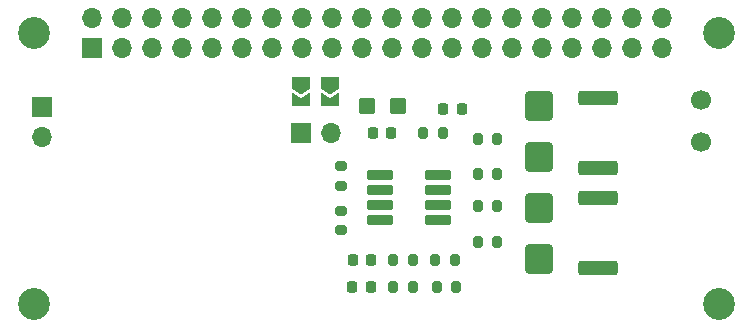
<source format=gbr>
G04 #@! TF.GenerationSoftware,KiCad,Pcbnew,8.0.6*
G04 #@! TF.CreationDate,2024-11-11T12:49:33-08:00*
G04 #@! TF.ProjectId,pi-zero-serial-hat,70692d7a-6572-46f2-9d73-657269616c2d,1.0*
G04 #@! TF.SameCoordinates,Original*
G04 #@! TF.FileFunction,Soldermask,Top*
G04 #@! TF.FilePolarity,Negative*
%FSLAX46Y46*%
G04 Gerber Fmt 4.6, Leading zero omitted, Abs format (unit mm)*
G04 Created by KiCad (PCBNEW 8.0.6) date 2024-11-11 12:49:33*
%MOMM*%
%LPD*%
G01*
G04 APERTURE LIST*
G04 Aperture macros list*
%AMRoundRect*
0 Rectangle with rounded corners*
0 $1 Rounding radius*
0 $2 $3 $4 $5 $6 $7 $8 $9 X,Y pos of 4 corners*
0 Add a 4 corners polygon primitive as box body*
4,1,4,$2,$3,$4,$5,$6,$7,$8,$9,$2,$3,0*
0 Add four circle primitives for the rounded corners*
1,1,$1+$1,$2,$3*
1,1,$1+$1,$4,$5*
1,1,$1+$1,$6,$7*
1,1,$1+$1,$8,$9*
0 Add four rect primitives between the rounded corners*
20,1,$1+$1,$2,$3,$4,$5,0*
20,1,$1+$1,$4,$5,$6,$7,0*
20,1,$1+$1,$6,$7,$8,$9,0*
20,1,$1+$1,$8,$9,$2,$3,0*%
%AMFreePoly0*
4,1,6,1.000000,0.000000,0.500000,-0.750000,-0.500000,-0.750000,-0.500000,0.750000,0.500000,0.750000,1.000000,0.000000,1.000000,0.000000,$1*%
%AMFreePoly1*
4,1,6,0.500000,-0.750000,-0.650000,-0.750000,-0.150000,0.000000,-0.650000,0.750000,0.500000,0.750000,0.500000,-0.750000,0.500000,-0.750000,$1*%
G04 Aperture macros list end*
%ADD10R,1.700000X1.700000*%
%ADD11O,1.700000X1.700000*%
%ADD12C,2.700000*%
%ADD13RoundRect,0.200000X-0.200000X-0.275000X0.200000X-0.275000X0.200000X0.275000X-0.200000X0.275000X0*%
%ADD14FreePoly0,270.000000*%
%ADD15FreePoly1,270.000000*%
%ADD16RoundRect,0.250000X0.450000X0.425000X-0.450000X0.425000X-0.450000X-0.425000X0.450000X-0.425000X0*%
%ADD17RoundRect,0.250000X0.900000X-1.000000X0.900000X1.000000X-0.900000X1.000000X-0.900000X-1.000000X0*%
%ADD18RoundRect,0.218750X-0.218750X-0.256250X0.218750X-0.256250X0.218750X0.256250X-0.218750X0.256250X0*%
%ADD19RoundRect,0.250000X-1.425000X0.362500X-1.425000X-0.362500X1.425000X-0.362500X1.425000X0.362500X0*%
%ADD20RoundRect,0.250000X1.425000X-0.362500X1.425000X0.362500X-1.425000X0.362500X-1.425000X-0.362500X0*%
%ADD21RoundRect,0.200000X0.275000X-0.200000X0.275000X0.200000X-0.275000X0.200000X-0.275000X-0.200000X0*%
%ADD22RoundRect,0.250000X-0.900000X1.000000X-0.900000X-1.000000X0.900000X-1.000000X0.900000X1.000000X0*%
%ADD23RoundRect,0.218750X0.218750X0.256250X-0.218750X0.256250X-0.218750X-0.256250X0.218750X-0.256250X0*%
%ADD24RoundRect,0.099250X-0.987750X-0.297750X0.987750X-0.297750X0.987750X0.297750X-0.987750X0.297750X0*%
%ADD25C,1.700000*%
%ADD26RoundRect,0.225000X0.225000X0.250000X-0.225000X0.250000X-0.225000X-0.250000X0.225000X-0.250000X0*%
G04 APERTURE END LIST*
D10*
X121732000Y-100828000D03*
D11*
X121732000Y-103368000D03*
D12*
X121032000Y-94568000D03*
X179032000Y-94568000D03*
X179032000Y-117568000D03*
X121032000Y-117568000D03*
D13*
X158612000Y-109268000D03*
X160262000Y-109268000D03*
X153982000Y-103068000D03*
X155632000Y-103068000D03*
D14*
X143632000Y-98868000D03*
D15*
X143632000Y-100318000D03*
D16*
X151902000Y-100818000D03*
X149202000Y-100818000D03*
D14*
X146132000Y-98868000D03*
D15*
X146132000Y-100318000D03*
D17*
X163782000Y-113718000D03*
X163782000Y-109418000D03*
D18*
X147994500Y-116068000D03*
X149569500Y-116068000D03*
D10*
X143607000Y-103068000D03*
D11*
X146147000Y-103068000D03*
D18*
X148032000Y-113818000D03*
X149607000Y-113818000D03*
D13*
X158612000Y-112318000D03*
X160262000Y-112318000D03*
X155132000Y-116068000D03*
X156782000Y-116068000D03*
X151457000Y-116068000D03*
X153107000Y-116068000D03*
D19*
X168782000Y-100068000D03*
X168782000Y-105993000D03*
D20*
X168782000Y-114493000D03*
X168782000Y-108568000D03*
D13*
X158612000Y-106568000D03*
X160262000Y-106568000D03*
D21*
X147032000Y-107548000D03*
X147032000Y-105898000D03*
D22*
X163782000Y-100768000D03*
X163782000Y-105068000D03*
D23*
X157282000Y-101068000D03*
X155707000Y-101068000D03*
D13*
X155032000Y-113818000D03*
X156682000Y-113818000D03*
D24*
X150307000Y-106663000D03*
X150307000Y-107933000D03*
X150307000Y-109203000D03*
X150307000Y-110473000D03*
X155257000Y-110473000D03*
X155257000Y-109203000D03*
X155257000Y-107933000D03*
X155257000Y-106663000D03*
D25*
X177532000Y-103818000D03*
X177532000Y-100317998D03*
D13*
X158612000Y-103568000D03*
X160262000Y-103568000D03*
D21*
X147032000Y-111298000D03*
X147032000Y-109648000D03*
D13*
X151457000Y-113818000D03*
X153107000Y-113818000D03*
D26*
X151272000Y-103068000D03*
X149722000Y-103068000D03*
D10*
X125932000Y-95858000D03*
D11*
X125932000Y-93318000D03*
X128472000Y-95858000D03*
X128472000Y-93318000D03*
X131012000Y-95858000D03*
X131012000Y-93318000D03*
X133552000Y-95858000D03*
X133552000Y-93318000D03*
X136092000Y-95858000D03*
X136092000Y-93318000D03*
X138632000Y-95858000D03*
X138632000Y-93318000D03*
X141172000Y-95858000D03*
X141172000Y-93318000D03*
X143712000Y-95858000D03*
X143712000Y-93318000D03*
X146252000Y-95858000D03*
X146252000Y-93318000D03*
X148792000Y-95858000D03*
X148792000Y-93318000D03*
X151332000Y-95858000D03*
X151332000Y-93318000D03*
X153872000Y-95858000D03*
X153872000Y-93318000D03*
X156412000Y-95858000D03*
X156412000Y-93318000D03*
X158952000Y-95858000D03*
X158952000Y-93318000D03*
X161492000Y-95858000D03*
X161492000Y-93318000D03*
X164032000Y-95858000D03*
X164032000Y-93318000D03*
X166572000Y-95858000D03*
X166572000Y-93318000D03*
X169112000Y-95858000D03*
X169112000Y-93318000D03*
X171652000Y-95858000D03*
X171652000Y-93318000D03*
X174192000Y-95858000D03*
X174192000Y-93318000D03*
M02*

</source>
